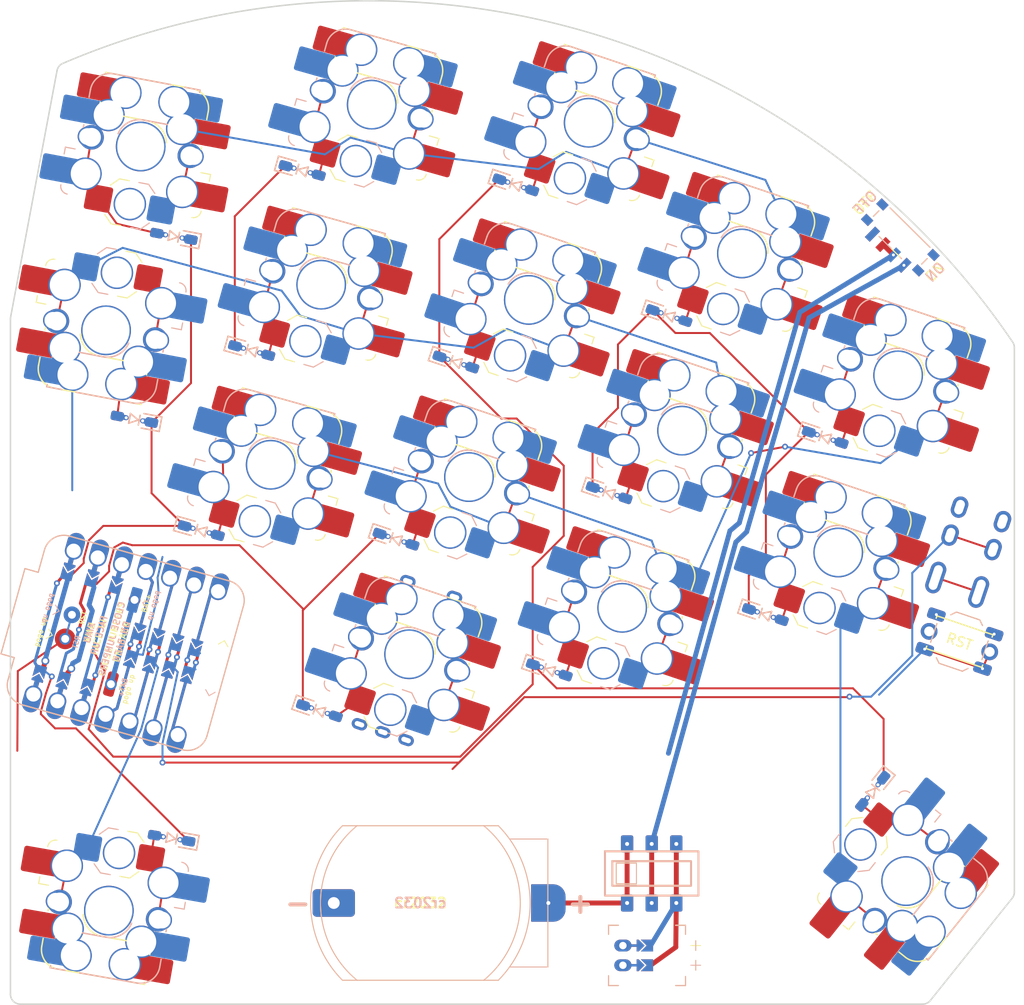
<source format=kicad_pcb>
(kicad_pcb (version 20241229) (generator "pcbnew") (generator_version "9.0")
  (title_block (title "ravine") (date "2025-12-22") (rev "v1.0.0") (company "zakwaykway"))
  (layers (0 "F.Cu" signal) (2 "B.Cu" signal) (13 "F.Paste" user) (15 "B.Paste" user) (5 "F.SilkS" user "F.Silkscreen") (7 "B.SilkS" user "B.Silkscreen") (1 "F.Mask" user) (3 "B.Mask" user) (25 "Edge.Cuts" user))
  (net 0 "")
  (net 1 "pinky_home")
  (net 2 "P7")
  (net 3 "GND")
  (net 4 "pinky_top")
  (net 5 "P8")
  (net 6 "ring_bottom")
  (net 7 "P6")
  (net 8 "ring_home")
  (net 9 "ring_top")
  (net 10 "middle_bottom")
  (net 11 "middle_home")
  (net 12 "middle_top")
  (net 13 "index_bottom")
  (net 14 "index_home")
  (net 15 "index_top")
  (net 16 "inner_home")
  (net 17 "P4")
  (net 18 "inner_top")
  (net 19 "default_default")
  (net 20 "thumb_default")
  (net 21 "enc1")
  (net 22 "enc2")
  (net 23 "P0")
  (net 24 "P1")
  (net 25 "P2")
  (net 26 "P3")
  (net 27 "trrs")
  (net 28 "RAW5V")
  (net 29 "RAW3V3")
  (net 30 "RST")
  (net 31 "BAT_POS")
  (net 32 "battery")
  (net 33 "coin_bat")
  (net 34 "jst_bat")
  (net 35 "VCC")
  (net 36 "JST1_1")
  (net 37 "JST1_2")
  (net 38 "de")
  (footprint "footprints:alps-skqg_rev" (layer "F.Cu") (at 240.21592 162.956998 -18.666)
    (property "Reference" "B1" (hide yes))
    (property "Value" "" (hide yes))
  )
  (footprint "slider-mss22d18_rev" (layer "F.Cu") (at 208.951067 186.513279)
    (property "Reference" "XX1" (hide yes))
    (property "Value" "" (hide yes))
  )
  (footprint "footprints:diode_rev" (layer "F.Cu") (at 173.433764 115.089264 -15.66666667)
    (property "Reference" "D3" (hide yes))
    (property "Value" "" (hide yes))
  )
  (footprint "ceoloide:trrs_pj320a (reversible, symmetric)" (layer "F.Cu") (at 243.432576 146.996976 -18.66666667)
    (property "Reference" "TRRS1" (hide yes))
    (property "Value" "")
  )
  (footprint "ceoloide:power_switch_smd_side" (layer "F.Cu") (at 234.196659 121.906753 45.33333333)
    (property "Reference" "PWR1" (hide yes))
    (property "Value" "")
  )
  (footprint "footprints:diode_rev" (layer "F.Cu") (at 168.302998 133.383395 -15.66666667)
    (property "Reference" "D2" (hide yes))
    (property "Value" "" (hide yes))
  )
  (footprint "hs-mx-choc-rev" (layer "F.Cu") (at 184.30297 164.241109 -18.66666667)
    (property "Reference" "SW14" (hide yes))
    (property "Value" "" (hide yes))
  )
  (footprint "footprints:diode_rev" (layer "F.Cu") (at 226.577188 142.212707 -18.66666667)
    (property "Reference" "D11" (hide yes))
    (property "Value" "" (hide yes))
  )
  (footprint "hs-mx-choc-rev" (layer "F.Cu") (at 190.384146 146.240573 -18.66666667)
    (property "Reference" "SW6" (hide yes))
    (property "Value" "" (hide yes))
  )
  (footprint "hs-mx-choc-rev" (layer "F.Cu") (at 175.37208 126.693808 -15.66666667)
    (property "Reference" "SW4" (hide yes))
    (property "Value" "" (hide yes))
  )
  (footprint "hs-mx-choc-rev" (layer "F.Cu") (at 205.952212 159.521963 -18.66666667)
    (property "Reference" "SW9" (hide yes))
    (property "Value" "" (hide yes))
  )
  (footprint "footprints:diode_rev" (layer "F.Cu") (at 163.172232 151.677526 -15.66666667)
    (property "Reference" "D1" (hide yes))
    (property "Value" "" (hide yes))
  )
  (footprint "footprints:diode_rev" (layer "F.Cu") (at 210.705063 129.831343 -18.66666667)
    (property "Reference" "D9" (hide yes))
    (property "Value" "" (hide yes))
  )
  (footprint "ceoloide:reset_switch_tht_top" (layer "F.Cu") (at 240.21592 162.956998 -18.66666667)
    (property "Reference" "RST1" (hide yes))
    (property "Value" "")
  )
  (footprint "hs-mx-choc-rev" (layer "F.Cu") (at 202.546497 110.239501 -18.66666667)
    (property "Reference" "SW8" (hide yes))
    (property "Value" "" (hide yes))
  )
  (footprint "hs-mx-choc-rev" (layer "F.Cu") (at 233.986688 135.902254 -18.66666667)
    (property "Reference" "SW13" (hide yes))
    (property "Value" "" (hide yes))
  )
  (footprint "hs-mx-choc-rev" (layer "F.Cu") (at 218.114563 123.520891 -18.66666667)
    (property "Reference" "SW11" (hide yes))
    (property "Value" "" (hide yes))
  )
  (footprint "footprints:diode_rev" (layer "F.Cu") (at 160.175068 182.933375 170)
    (property "Reference" "D13" (hide yes))
    (property "Value" "" (hide yes))
  )
  (footprint "footprints:diode_rev" (layer "F.Cu") (at 220.496012 160.213243 -18.66666667)
    (property "Reference" "D10" (hide yes))
    (property "Value" "" (hide yes))
  )
  (footprint "hs-mx-choc-rev" (layer "F.Cu") (at 234.801067 187.288279 -128.6666667)
    (property "Reference" "SW15" (hide yes))
    (property "Value" "" (hide yes))
  )
  (footprint "bs-2032-8_rev" (layer "F.Cu") (at 185.451067 189.513279)
    (property "Reference" "CR1" (hide yes))
    (property "Value" "" (hide yes))
  )
  (footprint "hs-mx-choc-rev" (layer "F.Cu") (at 212.033387 141.521427 -18.66666667)
    (property "Reference" "SW10" (hide yes))
    (property "Value" "" (hide yes))
  )
  (footprint "hs-mx-choc-rev" (layer "F.Cu") (at 157.033607 112.656615 -10.66666667)
    (property "Reference" "SW2" (hide yes))
    (property "Value" "" (hide yes))
  )
  (footprint "footprints:diode_rev" (layer "F.Cu") (at 189.055822 134.55049 -18.66666667)
    (property "Reference" "D5" (hide yes))
    (property "Value" "" (hide yes))
  )
  (footprint "footprints:diode_rev" (layer "F.Cu") (at 182.974646 152.551026 -18.66666667)
    (property "Reference" "D4" (hide yes))
    (property "Value" "" (hide yes))
  )
  (footprint "hs-mx-choc-rev" (layer "F.Cu") (at 227.905512 153.90279 -18.66666667)
    (property "Reference" "SW12" (hide yes))
    (property "Value" "" (hide yes))
  )
  (footprint "footprints:diode_rev" (layer "F.Cu") (at 195.136997 116.549953 -18.66666667)
    (property "Reference" "D6" (hide yes))
    (property "Value" "" (hide yes))
  )
  (footprint "ceoloide:battery_connector_jst_ph_2" (layer "F.Cu") (at 206.026067 194.838279 90)
    (property "Reference" "JST1" (hide yes))
    (property "Value" "")
  )
  (footprint "hs-mx-choc-rev" (layer "F.Cu") (at 180.502846 108.399676 -15.66666667)
    (property "Reference" "SW5" (hide yes))
    (property "Value" "" (hide yes))
  )
  (footprint "footprints:diode_rev" (layer "F.Cu") (at 231.40538 178.167325 -128.6666667)
    (property "Reference" "D12" (hide yes))
    (property "Value" "" (hide yes))
  )
  (footprint "hs-mx-choc-rev" (layer "F.Cu") (at 153.801067 190.288279 170)
    (property "Reference" "SW16" (hide yes))
    (property "Value" "" (hide yes))
  )
  (footprint "footprints:diode_rev" (layer "F.Cu") (at 160.401668 121.787807 169.3333333)
    (property "Reference" "D14" (hide yes))
    (property "Value" "" (hide yes))
  )
  (footprint "footprints:xiao-pogo-rev" (layer "F.Cu") (at 155.514341 163.083324 74.333)
    (property "Reference" "" (hide yes))
    (property "Value" "" (hide yes))
  )
  (footprint "footprints:diode_rev" (layer "F.Cu") (at 198.542712 165.832416 -18.66666667)
    (property "Reference" "D7" (hide yes))
    (property "Value" "" (hide yes))
  )
  (footprint "hs-mx-choc-rev" (layer "F.Cu") (at 196.465321 128.240037 -18.66666667)
    (property "Reference" "SW7" (hide yes))
    (property "Value" "" (hide yes))
  )
  (footprint "footprints:diode_rev" (layer "F.Cu") (at 204.623888 147.83188 -18.66666667)
    (property "Reference" "D8" (hide yes))
    (property "Value" "" (hide yes))
  )
  (footprint "ceoloide:rotary_encoder_ec11_ec12" (layer "F.Cu") (at 184.30297 164.241109 -18.66666667)
    (property "Reference" "RE1" (hide yes))
    (property "Value" "")
  )
  (footprint "hs-mx-choc-rev" (layer "F.Cu") (at 170.241314 144.987939 -15.66666667)
    (property "Reference" "SW3" (hide yes))
    (property "Value" "" (hide yes))
  )
  (footprint "footprints:diode_rev" (layer "F.Cu") (at 175.188156 169.975451 -18.66666667)
    (property "Reference" "D16" (hide yes))
    (property "Value" "" (hide yes))
  )
  (footprint "footprints:diode_rev" (layer "F.Cu") (at 156.393504 140.366952 169.3333333)
    (property "Reference" "D15" (hide yes))
    (property "Value" "" (hide yes))
  )
  (footprint "hs-mx-choc-rev" (layer "F.Cu") (at 153.516804 131.328308 169.3333333)
    (property "Reference" "SW1" (hide yes))
    (property "Value" "" (hide yes))
  )
  (gr_arc (start 143.801067 130.167466) (mid 143.8054 130.074517) (end 143.818347 129.982371) (stroke (width 0.15)) (layer "Edge.Cuts"))
  (gr_arc (start 245.801067 188.395949) (mid 245.744689 188.72702) (end 245.581861 189.020738) (stroke (width 0.15)) (layer "Edge.Cuts"))
  (gr_arc (start 237.265957 199.413068) (mid 236.918297 199.689601) (end 236.485163 199.788279) (stroke (width 0.15)) (layer "Edge.Cuts"))
  (gr_line (start 143.801067 198.788279) (end 143.801067 130.167466) (stroke (width 0.15)) (layer "Edge.Cuts"))
  (gr_line (start 245.581861 189.020738) (end 237.265957 199.413068) (stroke (width 0.15)) (layer "Edge.Cuts"))
  (gr_line (start 144.801067 199.788279) (end 236.485163 199.788279) (stroke (width 0.15)) (layer "Edge.Cuts"))
  (gr_arc (start 148.534721 104.941821) (mid 148.737662 104.500864) (end 149.124343 104.20742) (stroke (width 0.15)) (layer "Edge.Cuts"))
  (gr_line (start 143.818347 129.982371) (end 148.534721 104.941821) (stroke (width 0.15)) (layer "Edge.Cuts"))
  (gr_arc (start 144.801067 199.788279) (mid 144.093989 199.495373) (end 143.801067 198.788279) (stroke (width 0.15)) (layer "Edge.Cuts"))
  (gr_arc (start 149.124343 104.20742) (mid 202.461345 101.042574) (end 245.628729 132.529542) (stroke (width 0.15)) (layer "Edge.Cuts"))
  (gr_arc (start 245.628729 132.529542) (mid 245.757025 132.797221) (end 245.801067 133.090769) (stroke (width 0.15)) (layer "Edge.Cuts"))
  (gr_line (start 245.801067 188.395949) (end 245.801067 133.090769) (stroke (width 0.15)) (layer "Edge.Cuts"))
  (segment (start 158.509025 132.26859) (end 159.124513 128.56858) (width 0.2) (layer "F.Cu") (net 1))
  (segment (start 155.072632 136.79067) (end 154.649101 140.038802) (width 0.2) (layer "F.Cu") (net 1))
  (segment (start 180.263353 128.065613) (end 179.173674 131.654693) (width 0.2) (layer "F.Cu") (net 2))
  (segment (start 149.297307 126.717631) (end 148.524583 130.388026) (width 0.2) (layer "F.Cu") (net 2))
  (segment (start 216.846162 143.147341) (end 215.570138 146.674474) (width 0.2) (layer "F.Cu") (net 2))
  (segment (start 201.278096 129.865951) (end 200.002072 133.393084) (width 0.2) (layer "F.Cu") (net 2))
  (segment (start 215.5 134.6) (end 216.065689 137.521609) (width 0.2) (layer "B.Cu") (net 2))
  (segment (start 155.2 122.95) (end 171.35 127.3) (width 0.2) (layer "B.Cu") (net 2))
  (segment (start 163.064014 164.141723) (end 162.43567 164.141723) (width 0.2) (layer "B.Cu") (net 2))
  (segment (start 151.429189 124.880487) (end 155.2 122.95) (width 0.2) (layer "B.Cu") (net 2))
  (segment (start 194.25 131.2) (end 190.85 133.1) (width 0.2) (layer "B.Cu") (net 2))
  (segment (start 150.080411 135.850388) (end 150.080411 147.580411) (width 0.2) (layer "B.Cu") (net 2))
  (segment (start 190.85 133.1) (end 179.173674 131.654693) (width 0.2) (layer "B.Cu") (net 2))
  (segment (start 200.002072 133.393084) (end 194.25 131.2) (width 0.2) (layer "B.Cu") (net 2))
  (segment (start 171.35 127.3) (end 173.25 129.85) (width 0.2) (layer "B.Cu") (net 2))
  (segment (start 201.278096 129.865951) (end 215.5 134.6) (width 0.2) (layer "B.Cu") (net 2))
  (segment (start 173.25 129.85) (end 179.173674 131.654693) (width 0.2) (layer "B.Cu") (net 2))
  (segment (start 152.743364 117.90317) (end 154.6 120.5) (width 0.2) (layer "F.Cu") (net 4))
  (segment (start 154.6 120.5) (end 158.657265 121.459657) (width 0.2) (layer "F.Cu") (net 4))
  (segment (start 152.041386 111.716333) (end 151.425898 115.416343) (width 0.2) (layer "F.Cu") (net 4))
  (segment (start 161.253104 117.267292) (end 162.025828 113.596897) (width 0.2) (layer "F.Cu") (net 5))
  (segment (start 185.394119 109.771481) (end 184.30444 113.360561) (width 0.2) (layer "F.Cu") (net 5))
  (segment (start 222.927338 125.146805) (end 221.651314 128.673938) (width 0.2) (layer "F.Cu") (net 5))
  (segment (start 206.083248 115.392548) (end 207.359272 111.865415) (width 0.2) (layer "F.Cu") (net 5))
  (segment (start 161.247914 110.865716) (end 175.75 113.45) (width 0.2) (layer "B.Cu") (net 5))
  (segment (start 207.359272 111.865415) (end 220.5 116.05) (width 0.2) (layer "B.Cu") (net 5))
  (segment (start 220.5 116.05) (end 222.146865 119.521073) (width 0.2) (layer "B.Cu") (net 5))
  (segment (start 184.30444 113.360561) (end 197.45 114.95) (width 0.2) (layer "B.Cu") (net 5))
  (segment (start 200.25 113.2) (end 206.083248 115.392548) (width 0.2) (layer "B.Cu") (net 5))
  (segment (start 175.75 113.45) (end 178.35 111.75) (width 0.2) (layer "B.Cu") (net 5))
  (segment (start 197.45 114.95) (end 200.25 113.2) (width 0.2) (layer "B.Cu") (net 5))
  (segment (start 178.35 111.75) (end 184.30444 113.360561) (width 0.2) (layer "B.Cu") (net 5))
  (segment (start 165.510129 149.84061) (end 164.881397 152.156462) (width 0.2) (layer "F.Cu") (net 6))
  (segment (start 165.350041 143.616134) (end 165.510129 149.84061) (width 0.2) (layer "F.Cu") (net 6))
  (segment (start 195.196921 147.866487) (end 193.920897 151.39362) (width 0.2) (layer "F.Cu") (net 7))
  (segment (start 238.799463 137.528168) (end 237.523439 141.055301) (width 0.2) (layer "F.Cu") (net 7))
  (segment (start 209.488963 164.67501) (end 210.764987 161.147877) (width 0.2) (layer "F.Cu") (net 7))
  (segment (start 219.05 143.8) (end 222.5 143.15) (width 0.2) (layer "F.Cu") (net 7))
  (segment (start 175.132587 146.359744) (end 174.042908 149.948824) (width 0.2) (layer "F.Cu") (net 7))
  (via (at 219.05 143.8) (size 0.6) (drill 0.3) (layers "F.Cu" "B.Cu") (net 7))
  (via (at 222.5 143.15) (size 0.6) (drill 0.3) (layers "F.Cu" "B.Cu") (net 7))
  (segment (start 213.347772 156.658365) (end 219.05 143.8) (width 0.2) (layer "B.Cu") (net 7))
  (segment (start 208.95 152.7) (end 209.984514 155.522145) (width 0.2) (layer "B.Cu") (net 7))
  (segment (start 162.604936 165.778564) (end 161.976592 165.778564) (width 0.2) (layer "B.Cu") (net 7))
  (segment (start 235.156623 142.577865) (end 232.2 144.823894) (width 0.2) (layer "B.Cu") (net 7))
  (segment (start 187.25 146.9) (end 188.5 149.25) (width 0.2) (layer "B.Cu") (net 7))
  (segment (start 174.595671 143.571156) (end 187.25 146.9) (width 0.2) (layer "B.Cu") (net 7))
  (segment (start 188.5 149.25) (end 193.920897 151.39362) (width 0.2) (layer "B.Cu") (net 7))
  (segment (start 222.5 143.15) (end 232.2 144.823894) (width 0.2) (layer "B.Cu") (net 7))
  (segment (start 195.594828 148.000913) (end 208.95 152.7) (width 0.2) (layer "B.Cu") (net 7))
  (segment (start 170.012163 133.862331) (end 170.640895 131.546479) (width 0.2) (layer "F.Cu") (net 8))
  (segment (start 169.545184 128.95429) (end 170.480807 125.322003) (width 0.2) (layer "F.Cu") (net 8))
  (segment (start 174.67595 110.660158) (end 175.611573 107.027871) (width 0.2) (layer "F.Cu") (net 9))
  (segment (start 175.771661 113.252347) (end 175.142929 115.5682) (width 0.2) (layer "F.Cu") (net 9))
  (segment (start 184.446931 148.193001) (end 185.571371 144.614659) (width 0.2) (layer "F.Cu") (net 10))
  (segment (start 185.405476 150.838982) (end 184.656403 153.118757) (width 0.2) (layer "F.Cu") (net 10))
  (segment (start 190.528106 130.192465) (end 191.652546 126.614123) (width 0.2) (layer "F.Cu") (net 11))
  (segment (start 191.486651 132.838446) (end 190.737579 135.118221) (width 0.2) (layer "F.Cu") (net 11))
  (segment (start 197.733722 108.613587) (end 196.609282 112.191929) (width 0.2) (layer "F.Cu") (net 12))
  (segment (start 197.567827 114.83791) (end 196.818754 117.117684) (width 0.2) (layer "F.Cu") (net 12))
  (segment (start 201.139437 157.896049) (end 200.014997 161.474391) (width 0.2) (layer "F.Cu") (net 13))
  (segment (start 200.973542 164.120372) (end 200.224469 166.400147) (width 0.2) (layer "F.Cu") (net 13))
  (segment (start 206.096172 143.473855) (end 207.220612 139.895513) (width 0.2) (layer "F.Cu") (net 14))
  (segment (start 207.054717 146.119836) (end 206.305645 148.399611) (width 0.2) (layer "F.Cu") (net 14))
  (segment (start 213.135893 128.1193) (end 212.38682 130.399074) (width 0.2) (layer "F.Cu") (net 15))
  (segment (start 212.177348 125.473319) (end 213.301788 121.894977) (width 0.2) (layer "F.Cu") (net 15))
  (segment (start 222.926842 158.501199) (end 222.177769 160.780974) (width 0.2) (layer "F.Cu") (net 16))
  (segment (start 221.968297 155.855218) (end 223.092737 152.276876) (width 0.2) (layer "F.Cu") (net 16))
  (segment (start 189.115745 165.867023) (end 187.839721 169.394156) (width 0.2) (layer "F.Cu") (net 17))
  (segment (start 232.718287 155.528704) (end 231.442263 159.055837) (width 0.2) (layer "F.Cu") (net 17))
  (segment (start 231.627141 191.254713) (end 228.749147 188.849292) (width 0.2) (layer "F.Cu") (net 17))
  (segment (start 148.798244 189.406146) (end 149.528209 185.727009) (width 0.2) (layer "F.Cu") (net 17))
  (segment (start 151.638572 183.865184) (end 157.086373 171.846178) (width 0.2) (layer "B.Cu") (net 17))
  (segment (start 158.8 165.6) (end 158.125202 164.69838) (width 0.2) (layer "B.Cu") (net 17))
  (segment (start 157.086373 171.846178) (end 158.8 165.6) (width 0.2) (layer "B.Cu") (net 17))
  (segment (start 228.127903 161.525945) (end 228.127903 186.104465) (width 0.2) (layer "B.Cu") (net 17))
  (segment (start 229.075447 160.578401) (end 228.127903 161.525945) (width 0.2) (layer "B.Cu") (net 17))
  (segment (start 229.173913 134.27634) (end 228.049473 137.854682) (width 0.2) (layer "F.Cu") (net 18))
  (segment (start 229.008018 140.500663) (end 228.258945 142.780438) (width 0.2) (layer "F.Cu") (net 18))
  (segment (start 158.426965 182.625543) (end 158.029975 184.992161) (width 0.2) (layer "F.Cu") (net 19))
  (segment (start 159.376286 187.463491) (end 158.80389 191.170412) (width 0.2) (layer "F.Cu") (net 19))
  (segment (start 234.997032 181.041352) (end 237.974993 183.321845) (width 0.2) (layer "F.Cu") (net 20))
  (segment (start 230.296693 179.553484) (end 232.182781 181.037111) (width 0.2) (layer "F.Cu") (net 20))
  (segment (start 151.246621 154.529829) (end 151.771845 152.657147) (width 0.2) (layer "F.Cu") (net 23))
  (segment (start 148.339594 171.770806) (end 150.452307 171.770806) (width 0.2) (layer "F.Cu") (net 23))
  (segment (start 146.895802 170.042651) (end 146.895802 170.327014) (width 0.2) (layer "F.Cu") (net 23))
  (segment (start 150.452307 171.770806) (end 161.923102 183.241601) (width 0.2) (layer "F.Cu") (net 23))
  (segment (start 162.145997 136.687331) (end 158.137833 140.695495) (width 0.2) (layer "F.Cu") (net 23))
  (segment (start 162.145997 122.11635) (end 162.145997 136.687331) (width 0.2) (layer "F.Cu") (net 23))
  (segment (start 149.468992 156.420564) (end 149.798768 156.420564) (width 0.2) (layer "F.Cu") (net 23))
  (segment (start 149.798768 156.420564) (end 151.246621 154.972711) (width 0.2) (layer "F.Cu") (net 23))
  (segment (start 158.137833 140.695495) (end 158.137833 147.872862) (width 0.2) (layer "F.Cu") (net 23))
  (segment (start 158.137833 147.872862) (end 161.463175 151.198204) (width 0.2) (layer "F.Cu") (net 23))
  (segment (start 147.421026 168.169969) (end 148 166.5) (width 0.2) (layer "F.Cu") (net 23))
  (segment (start 151.771845 152.657147) (end 153.230788 151.198204) (width 0.2) (layer "F.Cu") (net 23))
  (segment (start 153.230788 151.198204) (end 161.463175 151.198204) (width 0.2) (layer "F.Cu") (net 23))
  (segment (start 147.421026 168.169969) (end 146.895802 170.042651) (width 0.2) (layer "F.Cu") (net 23))
  (segment (start 151.246621 154.972711) (end 151.246621 154.529829) (width 0.2) (layer "F.Cu") (net 23))
  (segment (start 146.895802 170.327014) (end 148.339594 171.770806) (width 0.2) (layer "F.Cu") (net 23))
  (via (at 148 166.5) (size 0.6) (drill 0.3) (layers "F.Cu" "B.Cu") (net 23))
  (segment (start 148 166.5) (end 146.881223 165.647242) (width 0.2) (layer "B.Cu") (net 23))
  (segment (start 167.061604 153.161604) (end 156.175703 153.161604) (width 0.2) (layer "F.Cu") (net 24))
  (segment (start 173.587966 159.687966) (end 167.061604 153.161604) (width 0.2) (layer "F.Cu") (net 24))
  (segment (start 166.593941 119.740708) (end 166.593941 132.904073) (width 0.2) (layer "F.Cu") (net 24))
  (segment (start 152.542969 157.10648) (end 151.914625 157.10648) (width 0.2) (layer "F.Cu") (net 24))
  (segment (start 173.587966 159.687966) (end 181.293017 151.982916) (width 0.2) (layer "F.Cu") (net 24))
  (segment (start 173.506527 159.769406) (end 173.587966 159.687966) (width 0.2) (layer "F.Cu") (net 24))
  (segment (start 153.825126 155.824323) (end 152.542969 157.10648) (width 0.2) (layer "F.Cu") (net 24))
  (segment (start 171.724707 114.609942) (end 166.593941 119.740708) (width 0.2) (layer "F.Cu") (net 24))
  (segment (start 156.175703 153.161604) (end 155.217727 152.892924) (width 0.2) (layer "F.Cu") (net 24))
  (segment (start 153.825126 155.253013) (end 153.825126 155.824323) (width 0.2) (layer "F.Cu") (net 24))
  (segment (start 155.217727 152.892924) (end 154.35035 153.380331) (width 0.2) (layer "F.Cu") (net 24))
  (segment (start 173.506527 169.407341) (end 173.506527 159.769406) (width 0.2) (layer "F.Cu") (net 24))
  (segment (start 154.35035 153.380331) (end 153.825126 155.253013) (width 0.2) (layer "F.Cu") (net 24))
  (segment (start 196.861083 165.264306) (end 199.296777 167.7) (width 0.2) (layer "F.Cu") (net 25))
  (segment (start 232.51438 170.81438) (end 232.51438 176.781416) (width 0.2) (layer "F.Cu") (net 25))
  (segment (start 229.4 167.7) (end 232.51438 170.81438) (width 0.2) (layer "F.Cu") (net 25))
  (segment (start 195.224579 140.289755) (end 200.016413 145.081589) (width 0.2) (layer "F.Cu") (net 25))
  (segment (start 196.861083 165.264306) (end 196.861083 167.287709) (width 0.2) (layer "F.Cu") (net 25))
  (segment (start 154.245558 174.645558) (end 151.75 171.85) (width 0.2) (layer "F.Cu") (net 25))
  (segment (start 200.016413 152.213019) (end 196.861083 155.368349) (width 0.2) (layer "F.Cu") (net 25))
  (segment (start 189.503234 174.645558) (end 154.245558 174.645558) (width 0.2) (layer "F.Cu") (net 25))
  (segment (start 187.374193 122.063018) (end 187.374193 133.98238) (width 0.2) (layer "F.Cu") (net 25))
  (segment (start 199.296777 167.7) (end 229.4 167.7) (width 0.2) (layer "F.Cu") (net 25))
  (segment (start 152.2 163.85) (end 153.71021 158.443754) (width 0.2) (layer "F.Cu") (net 25))
  (segment (start 187.374193 133.98238) (end 193.681568 140.289755) (width 0.2) (layer "F.Cu") (net 25))
  (segment (start 196.861083 155.368349) (end 196.861083 165.264306) (width 0.2) (layer "F.Cu") (net 25))
  (segment (start 153.4 166) (end 152.2 163.85) (width 0.2) (layer "F.Cu") (net 25))
  (segment (start 193.455368 115.981843) (end 187.374193 122.063018) (width 0.2) (layer "F.Cu") (net 25))
  (segment (start 200.016413 145.081589) (end 200.016413 152.213019) (width 0.2) (layer "F.Cu") (net 25))
  (segment (start 151.75 171.85) (end 153.4 166) (width 0.2) (layer "F.Cu") (net 25))
  (segment (start 193.681568 140.289755) (end 195.224579 140.289755) (width 0.2) (layer "F.Cu") (net 25))
  (segment (start 196.861083 167.287709) (end 189.503234 174.645558) (width 0.2) (layer "F.Cu") (net 25))
  (segment (start 214.85516 131.604198) (end 224.895559 141.644597) (width 0.2) (layer "F.Cu") (net 26))
  (segment (start 211.364399 131.604198) (end 214.85516 131.604198) (width 0.2) (layer "F.Cu") (net 26))
  (segment (start 209.023434 129.263233) (end 205.521705 132.764962) (width 0.2) (layer "F.Cu") (net 26))
  (segment (start 205.521705 139.222195) (end 202.942259 141.801641) (width 0.2) (layer "F.Cu") (net 26))
  (segment (start 202.942259 141.801641) (end 202.942259 147.26377) (width 0.2) (layer "F.Cu") (net 26))
  (segment (start 209.023434 129.263233) (end 211.364399 131.604198) (width 0.2) (layer "F.Cu") (net 26))
  (segment (start 220.551783 145.988373) (end 220.551783 154.512601) (width 0.2) (layer "F.Cu") (net 26))
  (segment (start 218.814383 156.250001) (end 218.814383 159.645133) (width 0.2) (layer "F.Cu") (net 26))
  (segment (start 205.521705 132.764962) (end 205.521705 139.222195) (width 0.2) (layer "F.Cu") (net 26))
  (segment (start 224.895559 141.644597) (end 220.551783 145.988373) (width 0.2) (layer "F.Cu") (net 26))
  (segment (start 220.551783 154.512601) (end 218.814383 156.250001) (width 0.2) (layer "F.Cu") (net 26))
  (segment (start 157.25 164.3) (end 158.85 158) (width 0.2) (layer "B.Cu") (net 26))
  (segment (start 158.75 156.45) (end 159.25 154.35) (width 0.2) (layer "B.Cu") (net 26))
  (segment (start 158.85 158) (end 158.75 156.45) (width 0.2) (layer "B.Cu") (net 26))
  (segment (start 156.199507 164.158288) (end 157.25 164.3) (width 0.2) (layer "B.Cu") (net 26))
  (segment (start 190.306327 174.306327) (end 188.712654 175.9) (width 0.2) (layer "F.Cu") (net 27))
  (segment (start 196.012654 168.6) (end 190.306327 174.306327) (width 0.2) (layer "F.Cu") (net 27))
  (segment (start 229.05 168.55) (end 229 168.6) (width 0.2) (layer "F.Cu") (net 27))
  (segment (start 229 168.6) (end 196.012654 168.6) (width 0.2) (layer "F.Cu") (net 27))
  (segment (start 190.306327 174.306327) (end 189.367096 175.245558) (width 0.2) (layer "F.Cu") (net 27))
  (segment (start 189.367096 175.245558) (end 159.25 175.245558) (width 0.2) (layer "F.Cu") (net 27))
  (segment (start 243.627205 153.606977) (end 239.26918 152.134693) (width 0.2) (layer "F.Cu") (net 27))
  (via (at 159.25 175.245558) (size 0.6) (drill 0.3) (layers "F.Cu" "B.Cu") (net 27))
  (via (at 229.05 168.55) (size 0.6) (drill 0.3) (layers "F.Cu" "B.Cu") (net 27))
  (segment (start 160.8 166.05) (end 160.050897 165.238472) (width 0.2) (layer "B.Cu") (net 27))
  (segment (start 235.425985 155.977888) (end 235.425985 164.374015) (width 0.2) (layer "B.Cu") (net 27))
  (segment (start 159.25 175.245558) (end 159.1 175.3) (width 0.2) (layer "B.Cu") (net 27))
  (segment (start 159.25 175.245558) (end 159.25 173.3) (width 0.2) (layer "B.Cu") (net 27))
  (segment (start 231.25 168.55) (end 229.05 168.55) (width 0.2) (layer "B.Cu") (net 27))
  (segment (start 235.45 155.953873) (end 235.425985 155.977888) (width 0.2) (layer "B.Cu") (net 27))
  (segment (start 239.26918 152.134693) (end 235.45 155.953873) (width 0.2) (layer "B.Cu") (net 27))
  (segment (start 159.25 173.3) (end 160.8 166.05) (width 0.2) (layer "B.Cu") (net 27))
  (segment (start 235.425985 164.374015) (end 231.25 168.55) (width 0.2) (layer "B.Cu") (net 27))
  (segment (start 242.560735 165.701874) (end 243.294959 163.997199) (width 0.2) (layer "F.Cu") (net 30))
  (segment (start 236.686876 163.71749) (end 242.560735 165.701874) (width 0.2) (layer "F.Cu") (net 30))
  (segment (start 144.55 165.95) (end 144.5 174.05) (width 0.2) (layer "F.Cu") (net 30))
  (segment (start 149.363005 162.677088) (end 144.55 165.95) (width 0.2) (layer "F.Cu") (net 30))
  (segment (start 150.048922 160.231456) (end 149.363005 162.677088) (width 0.2) (layer "B.Cu") (net 30))
  (segment (start 232.054416 168.35) (end 236.686885 163.717531) (width 0.2) (layer "B.Cu") (net 30))
  (segment (start 233.510393 123.667936) (end 232.44358 122.613464) (width 0.5) (layer "F.Cu") (net 31))
  (via (at 233.510393 123.667936) (size 0.6) (drill 0.3) (layers "F.Cu" "B.Cu") (net 31))
  (segment (start 224 129.5) (end 217.85 150.9) (width 0.5) (layer "B.Cu") (net 31))
  (segment (start 217.85 150.9) (end 216.9 151.7) (width 0.5) (layer "B.Cu") (net 31))
  (segment (start 216.9 151.7) (end 210.65 174.3) (width 0.5) (layer "B.Cu") (net 31))
  (segment (start 233.510393 123.667936) (end 224 129.5) (width 0.5) (layer "B.Cu") (net 31))
  (segment (start 208.951067 183.513279) (end 208.951067 189.513279) (width 0.5) (layer "F.Cu") (net 32))
  (via (at 234.577206 124.722407) (size 0.6) (drill 0.3) (layers "F.Cu" "B.Cu") (net 32))
  (segment (start 218.6 151.8) (end 217.501942 152.85) (width 0.5) (layer "B.Cu") (net 32))
  (segment (start 224.95 130.05) (end 218.6 151.8) (width 0.5) (layer "B.Cu") (net 32))
  (segment (start 208.951067 183.513279) (end 217.501942 152.85) (width 0.5) (layer "B.Cu") (net 32))
  (segment (start 234.577206 124.722407) (end 224.95 130.05) (width 0.5) (layer "B.Cu") (net 32))
  (segment (start 206.451067 189.513279) (end 198.451067 189.513279) (width 0.5) (layer "F.Cu") (net 33))
  (segment (start 206.451067 183.513279) (end 206.451067 189.513279) (width 0.5) (layer "F.Cu") (net 33))
  (segment (start 211.4 194) (end 208.842067 195.838279) (width 0.5) (layer "F.Cu") (net 34))
  (segment (start 211.451067 189.513279) (end 211.4 194) (width 0.5) (layer "F.Cu") (net 34))
  (segment (start 211.451067 183.513279) (end 211.451067 189.513279) (width 0.5) (layer "F.Cu") (net 34))
  (segment (start 211.451067 189.513279) (end 208.842067 193.838279) (width 0.5) (layer "B.Cu") (net 34))
  (segment (start 237.812899 156.445348) (end 242.170923 157.917632) (width 0.2) (layer "F.Cu") (net 35))
  (segment (start 207.826067 195.838279) (end 206.026067 195.838279) (width 0.25) (layer "F.Cu") (net 36))
  (segment (start 207.826067 195.838279) (end 206.026067 195.838279) (width 0.25) (layer "B.Cu") (net 36))
  (segment (start 207.826067 193.838279) (end 206.026067 193.838279) (width 0.25) (layer "F.Cu") (net 37))
  (segment (start 207.826067 193.838279) (end 206.026067 193.838279) (width 0.25) (layer "B.Cu") (net 37))
  (segment (start 176.869913 170.543182) (end 179.3243 168.839518) (width 0.2) (layer "F.Cu") (net 38))
  (segment (start 179.490195 162.615195) (end 178.365755 166.193537) (width 0.2) (layer "F.Cu") (net 38))
)
</source>
